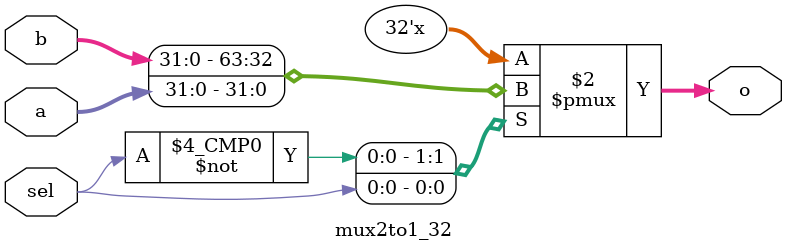
<source format=v>
`timescale 1ns / 1ps
module mux2to1_32(input  sel,input  [31:0]a, input  [31:0]b, output reg [31:0]o);

    always @(*) begin
       case (sel)
		    1'b0 : begin o <= b; end
			 1'b1 : begin o <= a; end
       endcase
    end

endmodule

</source>
